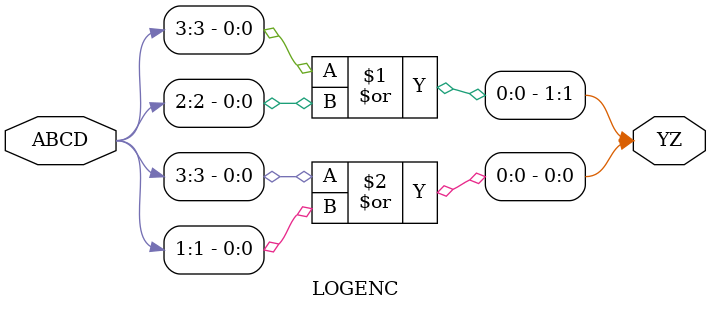
<source format=sv>
module LOGENC (
    output wire [1:0] YZ,
    input wire [3:0] ABCD
);

assign YZ[1] = ABCD[3] | ABCD[2];
assign YZ[0] = ABCD[3] | ABCD[1];

endmodule

</source>
